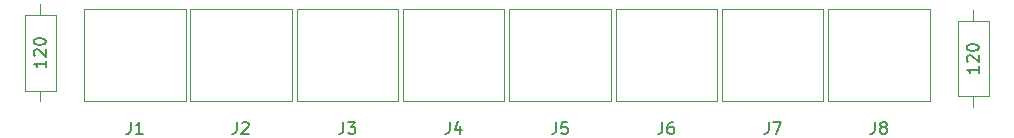
<source format=gbr>
G04 #@! TF.GenerationSoftware,KiCad,Pcbnew,(2018-02-08 revision b04b1dc)-master*
G04 #@! TF.CreationDate,2018-02-10T20:35:02-08:00*
G04 #@! TF.ProjectId,CAN Bus Hub,43414E20427573204875622E6B696361,1*
G04 #@! TF.SameCoordinates,Original*
G04 #@! TF.FileFunction,Legend,Top*
G04 #@! TF.FilePolarity,Positive*
%FSLAX46Y46*%
G04 Gerber Fmt 4.6, Leading zero omitted, Abs format (unit mm)*
G04 Created by KiCad (PCBNEW (2018-02-08 revision b04b1dc)-master) date Saturday, February 10, 2018 at 08:35:02 PM*
%MOMM*%
%LPD*%
G01*
G04 APERTURE LIST*
%ADD10C,0.120000*%
%ADD11C,0.150000*%
G04 APERTURE END LIST*
D10*
X147300000Y-79650000D02*
X147300000Y-71900000D01*
X138700000Y-79650000D02*
X138700000Y-71900000D01*
X147300000Y-79650000D02*
X138700000Y-79650000D01*
X147300000Y-71900000D02*
X138700000Y-71900000D01*
X152310000Y-72870000D02*
X149690000Y-72870000D01*
X149690000Y-72870000D02*
X149690000Y-79290000D01*
X149690000Y-79290000D02*
X152310000Y-79290000D01*
X152310000Y-79290000D02*
X152310000Y-72870000D01*
X151000000Y-71980000D02*
X151000000Y-72870000D01*
X151000000Y-80180000D02*
X151000000Y-79290000D01*
X84300000Y-71900000D02*
X75700000Y-71900000D01*
X84300000Y-79650000D02*
X75700000Y-79650000D01*
X75700000Y-79650000D02*
X75700000Y-71900000D01*
X84300000Y-79650000D02*
X84300000Y-71900000D01*
X93270000Y-79650000D02*
X93270000Y-71900000D01*
X84670000Y-79650000D02*
X84670000Y-71900000D01*
X93270000Y-79650000D02*
X84670000Y-79650000D01*
X93270000Y-71900000D02*
X84670000Y-71900000D01*
X102300000Y-71900000D02*
X93700000Y-71900000D01*
X102300000Y-79650000D02*
X93700000Y-79650000D01*
X93700000Y-79650000D02*
X93700000Y-71900000D01*
X102300000Y-79650000D02*
X102300000Y-71900000D01*
X111300000Y-79650000D02*
X111300000Y-71900000D01*
X102700000Y-79650000D02*
X102700000Y-71900000D01*
X111300000Y-79650000D02*
X102700000Y-79650000D01*
X111300000Y-71900000D02*
X102700000Y-71900000D01*
X120300000Y-71900000D02*
X111700000Y-71900000D01*
X120300000Y-79650000D02*
X111700000Y-79650000D01*
X111700000Y-79650000D02*
X111700000Y-71900000D01*
X120300000Y-79650000D02*
X120300000Y-71900000D01*
X129300000Y-79650000D02*
X129300000Y-71900000D01*
X120700000Y-79650000D02*
X120700000Y-71900000D01*
X129300000Y-79650000D02*
X120700000Y-79650000D01*
X129300000Y-71900000D02*
X120700000Y-71900000D01*
X138300000Y-71900000D02*
X129700000Y-71900000D01*
X138300000Y-79650000D02*
X129700000Y-79650000D01*
X129700000Y-79650000D02*
X129700000Y-71900000D01*
X138300000Y-79650000D02*
X138300000Y-71900000D01*
X72000000Y-79680000D02*
X72000000Y-78790000D01*
X72000000Y-71480000D02*
X72000000Y-72370000D01*
X73310000Y-78790000D02*
X73310000Y-72370000D01*
X70690000Y-78790000D02*
X73310000Y-78790000D01*
X70690000Y-72370000D02*
X70690000Y-78790000D01*
X73310000Y-72370000D02*
X70690000Y-72370000D01*
D11*
X142666666Y-81452380D02*
X142666666Y-82166666D01*
X142619047Y-82309523D01*
X142523809Y-82404761D01*
X142380952Y-82452380D01*
X142285714Y-82452380D01*
X143285714Y-81880952D02*
X143190476Y-81833333D01*
X143142857Y-81785714D01*
X143095238Y-81690476D01*
X143095238Y-81642857D01*
X143142857Y-81547619D01*
X143190476Y-81500000D01*
X143285714Y-81452380D01*
X143476190Y-81452380D01*
X143571428Y-81500000D01*
X143619047Y-81547619D01*
X143666666Y-81642857D01*
X143666666Y-81690476D01*
X143619047Y-81785714D01*
X143571428Y-81833333D01*
X143476190Y-81880952D01*
X143285714Y-81880952D01*
X143190476Y-81928571D01*
X143142857Y-81976190D01*
X143095238Y-82071428D01*
X143095238Y-82261904D01*
X143142857Y-82357142D01*
X143190476Y-82404761D01*
X143285714Y-82452380D01*
X143476190Y-82452380D01*
X143571428Y-82404761D01*
X143619047Y-82357142D01*
X143666666Y-82261904D01*
X143666666Y-82071428D01*
X143619047Y-81976190D01*
X143571428Y-81928571D01*
X143476190Y-81880952D01*
X151452380Y-76746666D02*
X151452380Y-77318095D01*
X151452380Y-77032380D02*
X150452380Y-77032380D01*
X150595238Y-77127619D01*
X150690476Y-77222857D01*
X150738095Y-77318095D01*
X150547619Y-76365714D02*
X150500000Y-76318095D01*
X150452380Y-76222857D01*
X150452380Y-75984761D01*
X150500000Y-75889523D01*
X150547619Y-75841904D01*
X150642857Y-75794285D01*
X150738095Y-75794285D01*
X150880952Y-75841904D01*
X151452380Y-76413333D01*
X151452380Y-75794285D01*
X150452380Y-75175238D02*
X150452380Y-75080000D01*
X150500000Y-74984761D01*
X150547619Y-74937142D01*
X150642857Y-74889523D01*
X150833333Y-74841904D01*
X151071428Y-74841904D01*
X151261904Y-74889523D01*
X151357142Y-74937142D01*
X151404761Y-74984761D01*
X151452380Y-75080000D01*
X151452380Y-75175238D01*
X151404761Y-75270476D01*
X151357142Y-75318095D01*
X151261904Y-75365714D01*
X151071428Y-75413333D01*
X150833333Y-75413333D01*
X150642857Y-75365714D01*
X150547619Y-75318095D01*
X150500000Y-75270476D01*
X150452380Y-75175238D01*
X79666666Y-81452380D02*
X79666666Y-82166666D01*
X79619047Y-82309523D01*
X79523809Y-82404761D01*
X79380952Y-82452380D01*
X79285714Y-82452380D01*
X80666666Y-82452380D02*
X80095238Y-82452380D01*
X80380952Y-82452380D02*
X80380952Y-81452380D01*
X80285714Y-81595238D01*
X80190476Y-81690476D01*
X80095238Y-81738095D01*
X88636666Y-81452380D02*
X88636666Y-82166666D01*
X88589047Y-82309523D01*
X88493809Y-82404761D01*
X88350952Y-82452380D01*
X88255714Y-82452380D01*
X89065238Y-81547619D02*
X89112857Y-81500000D01*
X89208095Y-81452380D01*
X89446190Y-81452380D01*
X89541428Y-81500000D01*
X89589047Y-81547619D01*
X89636666Y-81642857D01*
X89636666Y-81738095D01*
X89589047Y-81880952D01*
X89017619Y-82452380D01*
X89636666Y-82452380D01*
X97666666Y-81452380D02*
X97666666Y-82166666D01*
X97619047Y-82309523D01*
X97523809Y-82404761D01*
X97380952Y-82452380D01*
X97285714Y-82452380D01*
X98047619Y-81452380D02*
X98666666Y-81452380D01*
X98333333Y-81833333D01*
X98476190Y-81833333D01*
X98571428Y-81880952D01*
X98619047Y-81928571D01*
X98666666Y-82023809D01*
X98666666Y-82261904D01*
X98619047Y-82357142D01*
X98571428Y-82404761D01*
X98476190Y-82452380D01*
X98190476Y-82452380D01*
X98095238Y-82404761D01*
X98047619Y-82357142D01*
X106666666Y-81452380D02*
X106666666Y-82166666D01*
X106619047Y-82309523D01*
X106523809Y-82404761D01*
X106380952Y-82452380D01*
X106285714Y-82452380D01*
X107571428Y-81785714D02*
X107571428Y-82452380D01*
X107333333Y-81404761D02*
X107095238Y-82119047D01*
X107714285Y-82119047D01*
X115666666Y-81452380D02*
X115666666Y-82166666D01*
X115619047Y-82309523D01*
X115523809Y-82404761D01*
X115380952Y-82452380D01*
X115285714Y-82452380D01*
X116619047Y-81452380D02*
X116142857Y-81452380D01*
X116095238Y-81928571D01*
X116142857Y-81880952D01*
X116238095Y-81833333D01*
X116476190Y-81833333D01*
X116571428Y-81880952D01*
X116619047Y-81928571D01*
X116666666Y-82023809D01*
X116666666Y-82261904D01*
X116619047Y-82357142D01*
X116571428Y-82404761D01*
X116476190Y-82452380D01*
X116238095Y-82452380D01*
X116142857Y-82404761D01*
X116095238Y-82357142D01*
X124666666Y-81452380D02*
X124666666Y-82166666D01*
X124619047Y-82309523D01*
X124523809Y-82404761D01*
X124380952Y-82452380D01*
X124285714Y-82452380D01*
X125571428Y-81452380D02*
X125380952Y-81452380D01*
X125285714Y-81500000D01*
X125238095Y-81547619D01*
X125142857Y-81690476D01*
X125095238Y-81880952D01*
X125095238Y-82261904D01*
X125142857Y-82357142D01*
X125190476Y-82404761D01*
X125285714Y-82452380D01*
X125476190Y-82452380D01*
X125571428Y-82404761D01*
X125619047Y-82357142D01*
X125666666Y-82261904D01*
X125666666Y-82023809D01*
X125619047Y-81928571D01*
X125571428Y-81880952D01*
X125476190Y-81833333D01*
X125285714Y-81833333D01*
X125190476Y-81880952D01*
X125142857Y-81928571D01*
X125095238Y-82023809D01*
X133666666Y-81452380D02*
X133666666Y-82166666D01*
X133619047Y-82309523D01*
X133523809Y-82404761D01*
X133380952Y-82452380D01*
X133285714Y-82452380D01*
X134047619Y-81452380D02*
X134714285Y-81452380D01*
X134285714Y-82452380D01*
X72452380Y-76246666D02*
X72452380Y-76818095D01*
X72452380Y-76532380D02*
X71452380Y-76532380D01*
X71595238Y-76627619D01*
X71690476Y-76722857D01*
X71738095Y-76818095D01*
X71547619Y-75865714D02*
X71500000Y-75818095D01*
X71452380Y-75722857D01*
X71452380Y-75484761D01*
X71500000Y-75389523D01*
X71547619Y-75341904D01*
X71642857Y-75294285D01*
X71738095Y-75294285D01*
X71880952Y-75341904D01*
X72452380Y-75913333D01*
X72452380Y-75294285D01*
X71452380Y-74675238D02*
X71452380Y-74580000D01*
X71500000Y-74484761D01*
X71547619Y-74437142D01*
X71642857Y-74389523D01*
X71833333Y-74341904D01*
X72071428Y-74341904D01*
X72261904Y-74389523D01*
X72357142Y-74437142D01*
X72404761Y-74484761D01*
X72452380Y-74580000D01*
X72452380Y-74675238D01*
X72404761Y-74770476D01*
X72357142Y-74818095D01*
X72261904Y-74865714D01*
X72071428Y-74913333D01*
X71833333Y-74913333D01*
X71642857Y-74865714D01*
X71547619Y-74818095D01*
X71500000Y-74770476D01*
X71452380Y-74675238D01*
M02*

</source>
